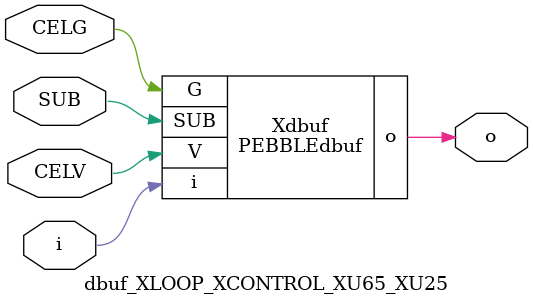
<source format=v>



module PEBBLEdbuf ( o, G, SUB, V, i );

  input V;
  input i;
  input G;
  output o;
  input SUB;
endmodule

//Celera Confidential Do Not Copy dbuf_XLOOP_XCONTROL_XU65_XU25
//Celera Confidential Symbol Generator
//Digital Buffer
module dbuf_XLOOP_XCONTROL_XU65_XU25 (CELV,CELG,i,o,SUB);
input CELV;
input CELG;
input i;
input SUB;
output o;

//Celera Confidential Do Not Copy dbuf
PEBBLEdbuf Xdbuf(
.V (CELV),
.i (i),
.o (o),
.SUB (SUB),
.G (CELG)
);
//,diesize,PEBBLEdbuf

//Celera Confidential Do Not Copy Module End
//Celera Schematic Generator
endmodule

</source>
